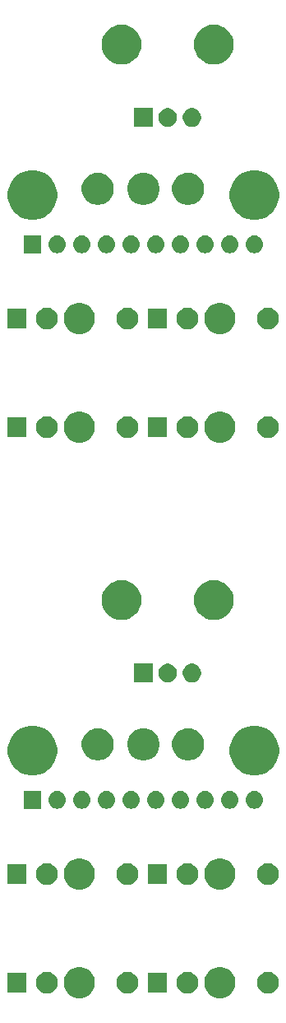
<source format=gbr>
G04 #@! TF.GenerationSoftware,KiCad,Pcbnew,(5.1.4-0-10_14)*
G04 #@! TF.CreationDate,2019-10-08T21:19:08-07:00*
G04 #@! TF.ProjectId,VCA_IO,5643415f-494f-42e6-9b69-6361645f7063,rev?*
G04 #@! TF.SameCoordinates,Original*
G04 #@! TF.FileFunction,Soldermask,Top*
G04 #@! TF.FilePolarity,Negative*
%FSLAX46Y46*%
G04 Gerber Fmt 4.6, Leading zero omitted, Abs format (unit mm)*
G04 Created by KiCad (PCBNEW (5.1.4-0-10_14)) date 2019-10-08 21:19:08*
%MOMM*%
%LPD*%
G04 APERTURE LIST*
%ADD10C,0.100000*%
G04 APERTURE END LIST*
D10*
G36*
X86810217Y-153092665D02*
G01*
X87080995Y-153146525D01*
X87372358Y-153267212D01*
X87634578Y-153442422D01*
X87857578Y-153665422D01*
X88032788Y-153927642D01*
X88153475Y-154219005D01*
X88215000Y-154528315D01*
X88215000Y-154843685D01*
X88153475Y-155152995D01*
X88032788Y-155444358D01*
X87857578Y-155706578D01*
X87634578Y-155929578D01*
X87372358Y-156104788D01*
X87080995Y-156225475D01*
X86810217Y-156279335D01*
X86771686Y-156287000D01*
X86456314Y-156287000D01*
X86417783Y-156279335D01*
X86147005Y-156225475D01*
X85855642Y-156104788D01*
X85593422Y-155929578D01*
X85370422Y-155706578D01*
X85195212Y-155444358D01*
X85074525Y-155152995D01*
X85013000Y-154843685D01*
X85013000Y-154528315D01*
X85074525Y-154219005D01*
X85195212Y-153927642D01*
X85370422Y-153665422D01*
X85593422Y-153442422D01*
X85855642Y-153267212D01*
X86147005Y-153146525D01*
X86417783Y-153092665D01*
X86456314Y-153085000D01*
X86771686Y-153085000D01*
X86810217Y-153092665D01*
X86810217Y-153092665D01*
G37*
G36*
X72332217Y-153092665D02*
G01*
X72602995Y-153146525D01*
X72894358Y-153267212D01*
X73156578Y-153442422D01*
X73379578Y-153665422D01*
X73554788Y-153927642D01*
X73675475Y-154219005D01*
X73737000Y-154528315D01*
X73737000Y-154843685D01*
X73675475Y-155152995D01*
X73554788Y-155444358D01*
X73379578Y-155706578D01*
X73156578Y-155929578D01*
X72894358Y-156104788D01*
X72602995Y-156225475D01*
X72332217Y-156279335D01*
X72293686Y-156287000D01*
X71978314Y-156287000D01*
X71939783Y-156279335D01*
X71669005Y-156225475D01*
X71377642Y-156104788D01*
X71115422Y-155929578D01*
X70892422Y-155706578D01*
X70717212Y-155444358D01*
X70596525Y-155152995D01*
X70535000Y-154843685D01*
X70535000Y-154528315D01*
X70596525Y-154219005D01*
X70717212Y-153927642D01*
X70892422Y-153665422D01*
X71115422Y-153442422D01*
X71377642Y-153267212D01*
X71669005Y-153146525D01*
X71939783Y-153092665D01*
X71978314Y-153085000D01*
X72293686Y-153085000D01*
X72332217Y-153092665D01*
X72332217Y-153092665D01*
G37*
G36*
X77339655Y-153598591D02*
G01*
X77411525Y-153612887D01*
X77614624Y-153697013D01*
X77797409Y-153819146D01*
X77952854Y-153974591D01*
X78074987Y-154157376D01*
X78159113Y-154360475D01*
X78202000Y-154576084D01*
X78202000Y-154795916D01*
X78159113Y-155011525D01*
X78074987Y-155214624D01*
X77952854Y-155397409D01*
X77797409Y-155552854D01*
X77614624Y-155674987D01*
X77411525Y-155759113D01*
X77339655Y-155773409D01*
X77195918Y-155802000D01*
X76976082Y-155802000D01*
X76832345Y-155773409D01*
X76760475Y-155759113D01*
X76557376Y-155674987D01*
X76374591Y-155552854D01*
X76219146Y-155397409D01*
X76097013Y-155214624D01*
X76012887Y-155011525D01*
X75970000Y-154795916D01*
X75970000Y-154576084D01*
X76012887Y-154360475D01*
X76097013Y-154157376D01*
X76219146Y-153974591D01*
X76374591Y-153819146D01*
X76557376Y-153697013D01*
X76760475Y-153612887D01*
X76832345Y-153598591D01*
X76976082Y-153570000D01*
X77195918Y-153570000D01*
X77339655Y-153598591D01*
X77339655Y-153598591D01*
G37*
G36*
X69039655Y-153598591D02*
G01*
X69111525Y-153612887D01*
X69314624Y-153697013D01*
X69497409Y-153819146D01*
X69652854Y-153974591D01*
X69774987Y-154157376D01*
X69859113Y-154360475D01*
X69902000Y-154576084D01*
X69902000Y-154795916D01*
X69859113Y-155011525D01*
X69774987Y-155214624D01*
X69652854Y-155397409D01*
X69497409Y-155552854D01*
X69314624Y-155674987D01*
X69111525Y-155759113D01*
X69039655Y-155773409D01*
X68895918Y-155802000D01*
X68676082Y-155802000D01*
X68532345Y-155773409D01*
X68460475Y-155759113D01*
X68257376Y-155674987D01*
X68074591Y-155552854D01*
X67919146Y-155397409D01*
X67797013Y-155214624D01*
X67712887Y-155011525D01*
X67670000Y-154795916D01*
X67670000Y-154576084D01*
X67712887Y-154360475D01*
X67797013Y-154157376D01*
X67919146Y-153974591D01*
X68074591Y-153819146D01*
X68257376Y-153697013D01*
X68460475Y-153612887D01*
X68532345Y-153598591D01*
X68676082Y-153570000D01*
X68895918Y-153570000D01*
X69039655Y-153598591D01*
X69039655Y-153598591D01*
G37*
G36*
X91817655Y-153598591D02*
G01*
X91889525Y-153612887D01*
X92092624Y-153697013D01*
X92275409Y-153819146D01*
X92430854Y-153974591D01*
X92552987Y-154157376D01*
X92637113Y-154360475D01*
X92680000Y-154576084D01*
X92680000Y-154795916D01*
X92637113Y-155011525D01*
X92552987Y-155214624D01*
X92430854Y-155397409D01*
X92275409Y-155552854D01*
X92092624Y-155674987D01*
X91889525Y-155759113D01*
X91817655Y-155773409D01*
X91673918Y-155802000D01*
X91454082Y-155802000D01*
X91310345Y-155773409D01*
X91238475Y-155759113D01*
X91035376Y-155674987D01*
X90852591Y-155552854D01*
X90697146Y-155397409D01*
X90575013Y-155214624D01*
X90490887Y-155011525D01*
X90448000Y-154795916D01*
X90448000Y-154576084D01*
X90490887Y-154360475D01*
X90575013Y-154157376D01*
X90697146Y-153974591D01*
X90852591Y-153819146D01*
X91035376Y-153697013D01*
X91238475Y-153612887D01*
X91310345Y-153598591D01*
X91454082Y-153570000D01*
X91673918Y-153570000D01*
X91817655Y-153598591D01*
X91817655Y-153598591D01*
G37*
G36*
X83517655Y-153598591D02*
G01*
X83589525Y-153612887D01*
X83792624Y-153697013D01*
X83975409Y-153819146D01*
X84130854Y-153974591D01*
X84252987Y-154157376D01*
X84337113Y-154360475D01*
X84380000Y-154576084D01*
X84380000Y-154795916D01*
X84337113Y-155011525D01*
X84252987Y-155214624D01*
X84130854Y-155397409D01*
X83975409Y-155552854D01*
X83792624Y-155674987D01*
X83589525Y-155759113D01*
X83517655Y-155773409D01*
X83373918Y-155802000D01*
X83154082Y-155802000D01*
X83010345Y-155773409D01*
X82938475Y-155759113D01*
X82735376Y-155674987D01*
X82552591Y-155552854D01*
X82397146Y-155397409D01*
X82275013Y-155214624D01*
X82190887Y-155011525D01*
X82148000Y-154795916D01*
X82148000Y-154576084D01*
X82190887Y-154360475D01*
X82275013Y-154157376D01*
X82397146Y-153974591D01*
X82552591Y-153819146D01*
X82735376Y-153697013D01*
X82938475Y-153612887D01*
X83010345Y-153598591D01*
X83154082Y-153570000D01*
X83373918Y-153570000D01*
X83517655Y-153598591D01*
X83517655Y-153598591D01*
G37*
G36*
X81130000Y-155702000D02*
G01*
X79198000Y-155702000D01*
X79198000Y-153670000D01*
X81130000Y-153670000D01*
X81130000Y-155702000D01*
X81130000Y-155702000D01*
G37*
G36*
X66652000Y-155702000D02*
G01*
X64720000Y-155702000D01*
X64720000Y-153670000D01*
X66652000Y-153670000D01*
X66652000Y-155702000D01*
X66652000Y-155702000D01*
G37*
G36*
X86810217Y-141916665D02*
G01*
X87080995Y-141970525D01*
X87372358Y-142091212D01*
X87634578Y-142266422D01*
X87857578Y-142489422D01*
X88032788Y-142751642D01*
X88153475Y-143043005D01*
X88215000Y-143352315D01*
X88215000Y-143667685D01*
X88153475Y-143976995D01*
X88032788Y-144268358D01*
X87857578Y-144530578D01*
X87634578Y-144753578D01*
X87372358Y-144928788D01*
X87080995Y-145049475D01*
X86810217Y-145103335D01*
X86771686Y-145111000D01*
X86456314Y-145111000D01*
X86417783Y-145103335D01*
X86147005Y-145049475D01*
X85855642Y-144928788D01*
X85593422Y-144753578D01*
X85370422Y-144530578D01*
X85195212Y-144268358D01*
X85074525Y-143976995D01*
X85013000Y-143667685D01*
X85013000Y-143352315D01*
X85074525Y-143043005D01*
X85195212Y-142751642D01*
X85370422Y-142489422D01*
X85593422Y-142266422D01*
X85855642Y-142091212D01*
X86147005Y-141970525D01*
X86417783Y-141916665D01*
X86456314Y-141909000D01*
X86771686Y-141909000D01*
X86810217Y-141916665D01*
X86810217Y-141916665D01*
G37*
G36*
X72332217Y-141916665D02*
G01*
X72602995Y-141970525D01*
X72894358Y-142091212D01*
X73156578Y-142266422D01*
X73379578Y-142489422D01*
X73554788Y-142751642D01*
X73675475Y-143043005D01*
X73737000Y-143352315D01*
X73737000Y-143667685D01*
X73675475Y-143976995D01*
X73554788Y-144268358D01*
X73379578Y-144530578D01*
X73156578Y-144753578D01*
X72894358Y-144928788D01*
X72602995Y-145049475D01*
X72332217Y-145103335D01*
X72293686Y-145111000D01*
X71978314Y-145111000D01*
X71939783Y-145103335D01*
X71669005Y-145049475D01*
X71377642Y-144928788D01*
X71115422Y-144753578D01*
X70892422Y-144530578D01*
X70717212Y-144268358D01*
X70596525Y-143976995D01*
X70535000Y-143667685D01*
X70535000Y-143352315D01*
X70596525Y-143043005D01*
X70717212Y-142751642D01*
X70892422Y-142489422D01*
X71115422Y-142266422D01*
X71377642Y-142091212D01*
X71669005Y-141970525D01*
X71939783Y-141916665D01*
X71978314Y-141909000D01*
X72293686Y-141909000D01*
X72332217Y-141916665D01*
X72332217Y-141916665D01*
G37*
G36*
X91817655Y-142422591D02*
G01*
X91889525Y-142436887D01*
X92092624Y-142521013D01*
X92275409Y-142643146D01*
X92430854Y-142798591D01*
X92552987Y-142981376D01*
X92637113Y-143184475D01*
X92680000Y-143400084D01*
X92680000Y-143619916D01*
X92637113Y-143835525D01*
X92552987Y-144038624D01*
X92430854Y-144221409D01*
X92275409Y-144376854D01*
X92092624Y-144498987D01*
X91889525Y-144583113D01*
X91817655Y-144597409D01*
X91673918Y-144626000D01*
X91454082Y-144626000D01*
X91310345Y-144597409D01*
X91238475Y-144583113D01*
X91035376Y-144498987D01*
X90852591Y-144376854D01*
X90697146Y-144221409D01*
X90575013Y-144038624D01*
X90490887Y-143835525D01*
X90448000Y-143619916D01*
X90448000Y-143400084D01*
X90490887Y-143184475D01*
X90575013Y-142981376D01*
X90697146Y-142798591D01*
X90852591Y-142643146D01*
X91035376Y-142521013D01*
X91238475Y-142436887D01*
X91310345Y-142422591D01*
X91454082Y-142394000D01*
X91673918Y-142394000D01*
X91817655Y-142422591D01*
X91817655Y-142422591D01*
G37*
G36*
X83517655Y-142422591D02*
G01*
X83589525Y-142436887D01*
X83792624Y-142521013D01*
X83975409Y-142643146D01*
X84130854Y-142798591D01*
X84252987Y-142981376D01*
X84337113Y-143184475D01*
X84380000Y-143400084D01*
X84380000Y-143619916D01*
X84337113Y-143835525D01*
X84252987Y-144038624D01*
X84130854Y-144221409D01*
X83975409Y-144376854D01*
X83792624Y-144498987D01*
X83589525Y-144583113D01*
X83517655Y-144597409D01*
X83373918Y-144626000D01*
X83154082Y-144626000D01*
X83010345Y-144597409D01*
X82938475Y-144583113D01*
X82735376Y-144498987D01*
X82552591Y-144376854D01*
X82397146Y-144221409D01*
X82275013Y-144038624D01*
X82190887Y-143835525D01*
X82148000Y-143619916D01*
X82148000Y-143400084D01*
X82190887Y-143184475D01*
X82275013Y-142981376D01*
X82397146Y-142798591D01*
X82552591Y-142643146D01*
X82735376Y-142521013D01*
X82938475Y-142436887D01*
X83010345Y-142422591D01*
X83154082Y-142394000D01*
X83373918Y-142394000D01*
X83517655Y-142422591D01*
X83517655Y-142422591D01*
G37*
G36*
X77339655Y-142422591D02*
G01*
X77411525Y-142436887D01*
X77614624Y-142521013D01*
X77797409Y-142643146D01*
X77952854Y-142798591D01*
X78074987Y-142981376D01*
X78159113Y-143184475D01*
X78202000Y-143400084D01*
X78202000Y-143619916D01*
X78159113Y-143835525D01*
X78074987Y-144038624D01*
X77952854Y-144221409D01*
X77797409Y-144376854D01*
X77614624Y-144498987D01*
X77411525Y-144583113D01*
X77339655Y-144597409D01*
X77195918Y-144626000D01*
X76976082Y-144626000D01*
X76832345Y-144597409D01*
X76760475Y-144583113D01*
X76557376Y-144498987D01*
X76374591Y-144376854D01*
X76219146Y-144221409D01*
X76097013Y-144038624D01*
X76012887Y-143835525D01*
X75970000Y-143619916D01*
X75970000Y-143400084D01*
X76012887Y-143184475D01*
X76097013Y-142981376D01*
X76219146Y-142798591D01*
X76374591Y-142643146D01*
X76557376Y-142521013D01*
X76760475Y-142436887D01*
X76832345Y-142422591D01*
X76976082Y-142394000D01*
X77195918Y-142394000D01*
X77339655Y-142422591D01*
X77339655Y-142422591D01*
G37*
G36*
X69039655Y-142422591D02*
G01*
X69111525Y-142436887D01*
X69314624Y-142521013D01*
X69497409Y-142643146D01*
X69652854Y-142798591D01*
X69774987Y-142981376D01*
X69859113Y-143184475D01*
X69902000Y-143400084D01*
X69902000Y-143619916D01*
X69859113Y-143835525D01*
X69774987Y-144038624D01*
X69652854Y-144221409D01*
X69497409Y-144376854D01*
X69314624Y-144498987D01*
X69111525Y-144583113D01*
X69039655Y-144597409D01*
X68895918Y-144626000D01*
X68676082Y-144626000D01*
X68532345Y-144597409D01*
X68460475Y-144583113D01*
X68257376Y-144498987D01*
X68074591Y-144376854D01*
X67919146Y-144221409D01*
X67797013Y-144038624D01*
X67712887Y-143835525D01*
X67670000Y-143619916D01*
X67670000Y-143400084D01*
X67712887Y-143184475D01*
X67797013Y-142981376D01*
X67919146Y-142798591D01*
X68074591Y-142643146D01*
X68257376Y-142521013D01*
X68460475Y-142436887D01*
X68532345Y-142422591D01*
X68676082Y-142394000D01*
X68895918Y-142394000D01*
X69039655Y-142422591D01*
X69039655Y-142422591D01*
G37*
G36*
X81130000Y-144526000D02*
G01*
X79198000Y-144526000D01*
X79198000Y-142494000D01*
X81130000Y-142494000D01*
X81130000Y-144526000D01*
X81130000Y-144526000D01*
G37*
G36*
X66652000Y-144526000D02*
G01*
X64720000Y-144526000D01*
X64720000Y-142494000D01*
X66652000Y-142494000D01*
X66652000Y-144526000D01*
X66652000Y-144526000D01*
G37*
G36*
X82660442Y-134995518D02*
G01*
X82726627Y-135002037D01*
X82896466Y-135053557D01*
X83052991Y-135137222D01*
X83088729Y-135166552D01*
X83190186Y-135249814D01*
X83273448Y-135351271D01*
X83302778Y-135387009D01*
X83386443Y-135543534D01*
X83437963Y-135713373D01*
X83455359Y-135890000D01*
X83437963Y-136066627D01*
X83386443Y-136236466D01*
X83302778Y-136392991D01*
X83273448Y-136428729D01*
X83190186Y-136530186D01*
X83088729Y-136613448D01*
X83052991Y-136642778D01*
X82896466Y-136726443D01*
X82726627Y-136777963D01*
X82660442Y-136784482D01*
X82594260Y-136791000D01*
X82505740Y-136791000D01*
X82439558Y-136784482D01*
X82373373Y-136777963D01*
X82203534Y-136726443D01*
X82047009Y-136642778D01*
X82011271Y-136613448D01*
X81909814Y-136530186D01*
X81826552Y-136428729D01*
X81797222Y-136392991D01*
X81713557Y-136236466D01*
X81662037Y-136066627D01*
X81644641Y-135890000D01*
X81662037Y-135713373D01*
X81713557Y-135543534D01*
X81797222Y-135387009D01*
X81826552Y-135351271D01*
X81909814Y-135249814D01*
X82011271Y-135166552D01*
X82047009Y-135137222D01*
X82203534Y-135053557D01*
X82373373Y-135002037D01*
X82439558Y-134995518D01*
X82505740Y-134989000D01*
X82594260Y-134989000D01*
X82660442Y-134995518D01*
X82660442Y-134995518D01*
G37*
G36*
X85200442Y-134995518D02*
G01*
X85266627Y-135002037D01*
X85436466Y-135053557D01*
X85592991Y-135137222D01*
X85628729Y-135166552D01*
X85730186Y-135249814D01*
X85813448Y-135351271D01*
X85842778Y-135387009D01*
X85926443Y-135543534D01*
X85977963Y-135713373D01*
X85995359Y-135890000D01*
X85977963Y-136066627D01*
X85926443Y-136236466D01*
X85842778Y-136392991D01*
X85813448Y-136428729D01*
X85730186Y-136530186D01*
X85628729Y-136613448D01*
X85592991Y-136642778D01*
X85436466Y-136726443D01*
X85266627Y-136777963D01*
X85200442Y-136784482D01*
X85134260Y-136791000D01*
X85045740Y-136791000D01*
X84979558Y-136784482D01*
X84913373Y-136777963D01*
X84743534Y-136726443D01*
X84587009Y-136642778D01*
X84551271Y-136613448D01*
X84449814Y-136530186D01*
X84366552Y-136428729D01*
X84337222Y-136392991D01*
X84253557Y-136236466D01*
X84202037Y-136066627D01*
X84184641Y-135890000D01*
X84202037Y-135713373D01*
X84253557Y-135543534D01*
X84337222Y-135387009D01*
X84366552Y-135351271D01*
X84449814Y-135249814D01*
X84551271Y-135166552D01*
X84587009Y-135137222D01*
X84743534Y-135053557D01*
X84913373Y-135002037D01*
X84979558Y-134995518D01*
X85045740Y-134989000D01*
X85134260Y-134989000D01*
X85200442Y-134995518D01*
X85200442Y-134995518D01*
G37*
G36*
X87740442Y-134995518D02*
G01*
X87806627Y-135002037D01*
X87976466Y-135053557D01*
X88132991Y-135137222D01*
X88168729Y-135166552D01*
X88270186Y-135249814D01*
X88353448Y-135351271D01*
X88382778Y-135387009D01*
X88466443Y-135543534D01*
X88517963Y-135713373D01*
X88535359Y-135890000D01*
X88517963Y-136066627D01*
X88466443Y-136236466D01*
X88382778Y-136392991D01*
X88353448Y-136428729D01*
X88270186Y-136530186D01*
X88168729Y-136613448D01*
X88132991Y-136642778D01*
X87976466Y-136726443D01*
X87806627Y-136777963D01*
X87740442Y-136784482D01*
X87674260Y-136791000D01*
X87585740Y-136791000D01*
X87519558Y-136784482D01*
X87453373Y-136777963D01*
X87283534Y-136726443D01*
X87127009Y-136642778D01*
X87091271Y-136613448D01*
X86989814Y-136530186D01*
X86906552Y-136428729D01*
X86877222Y-136392991D01*
X86793557Y-136236466D01*
X86742037Y-136066627D01*
X86724641Y-135890000D01*
X86742037Y-135713373D01*
X86793557Y-135543534D01*
X86877222Y-135387009D01*
X86906552Y-135351271D01*
X86989814Y-135249814D01*
X87091271Y-135166552D01*
X87127009Y-135137222D01*
X87283534Y-135053557D01*
X87453373Y-135002037D01*
X87519558Y-134995518D01*
X87585740Y-134989000D01*
X87674260Y-134989000D01*
X87740442Y-134995518D01*
X87740442Y-134995518D01*
G37*
G36*
X90280442Y-134995518D02*
G01*
X90346627Y-135002037D01*
X90516466Y-135053557D01*
X90672991Y-135137222D01*
X90708729Y-135166552D01*
X90810186Y-135249814D01*
X90893448Y-135351271D01*
X90922778Y-135387009D01*
X91006443Y-135543534D01*
X91057963Y-135713373D01*
X91075359Y-135890000D01*
X91057963Y-136066627D01*
X91006443Y-136236466D01*
X90922778Y-136392991D01*
X90893448Y-136428729D01*
X90810186Y-136530186D01*
X90708729Y-136613448D01*
X90672991Y-136642778D01*
X90516466Y-136726443D01*
X90346627Y-136777963D01*
X90280442Y-136784482D01*
X90214260Y-136791000D01*
X90125740Y-136791000D01*
X90059558Y-136784482D01*
X89993373Y-136777963D01*
X89823534Y-136726443D01*
X89667009Y-136642778D01*
X89631271Y-136613448D01*
X89529814Y-136530186D01*
X89446552Y-136428729D01*
X89417222Y-136392991D01*
X89333557Y-136236466D01*
X89282037Y-136066627D01*
X89264641Y-135890000D01*
X89282037Y-135713373D01*
X89333557Y-135543534D01*
X89417222Y-135387009D01*
X89446552Y-135351271D01*
X89529814Y-135249814D01*
X89631271Y-135166552D01*
X89667009Y-135137222D01*
X89823534Y-135053557D01*
X89993373Y-135002037D01*
X90059558Y-134995518D01*
X90125740Y-134989000D01*
X90214260Y-134989000D01*
X90280442Y-134995518D01*
X90280442Y-134995518D01*
G37*
G36*
X80120442Y-134995518D02*
G01*
X80186627Y-135002037D01*
X80356466Y-135053557D01*
X80512991Y-135137222D01*
X80548729Y-135166552D01*
X80650186Y-135249814D01*
X80733448Y-135351271D01*
X80762778Y-135387009D01*
X80846443Y-135543534D01*
X80897963Y-135713373D01*
X80915359Y-135890000D01*
X80897963Y-136066627D01*
X80846443Y-136236466D01*
X80762778Y-136392991D01*
X80733448Y-136428729D01*
X80650186Y-136530186D01*
X80548729Y-136613448D01*
X80512991Y-136642778D01*
X80356466Y-136726443D01*
X80186627Y-136777963D01*
X80120442Y-136784482D01*
X80054260Y-136791000D01*
X79965740Y-136791000D01*
X79899558Y-136784482D01*
X79833373Y-136777963D01*
X79663534Y-136726443D01*
X79507009Y-136642778D01*
X79471271Y-136613448D01*
X79369814Y-136530186D01*
X79286552Y-136428729D01*
X79257222Y-136392991D01*
X79173557Y-136236466D01*
X79122037Y-136066627D01*
X79104641Y-135890000D01*
X79122037Y-135713373D01*
X79173557Y-135543534D01*
X79257222Y-135387009D01*
X79286552Y-135351271D01*
X79369814Y-135249814D01*
X79471271Y-135166552D01*
X79507009Y-135137222D01*
X79663534Y-135053557D01*
X79833373Y-135002037D01*
X79899558Y-134995518D01*
X79965740Y-134989000D01*
X80054260Y-134989000D01*
X80120442Y-134995518D01*
X80120442Y-134995518D01*
G37*
G36*
X77580442Y-134995518D02*
G01*
X77646627Y-135002037D01*
X77816466Y-135053557D01*
X77972991Y-135137222D01*
X78008729Y-135166552D01*
X78110186Y-135249814D01*
X78193448Y-135351271D01*
X78222778Y-135387009D01*
X78306443Y-135543534D01*
X78357963Y-135713373D01*
X78375359Y-135890000D01*
X78357963Y-136066627D01*
X78306443Y-136236466D01*
X78222778Y-136392991D01*
X78193448Y-136428729D01*
X78110186Y-136530186D01*
X78008729Y-136613448D01*
X77972991Y-136642778D01*
X77816466Y-136726443D01*
X77646627Y-136777963D01*
X77580442Y-136784482D01*
X77514260Y-136791000D01*
X77425740Y-136791000D01*
X77359558Y-136784482D01*
X77293373Y-136777963D01*
X77123534Y-136726443D01*
X76967009Y-136642778D01*
X76931271Y-136613448D01*
X76829814Y-136530186D01*
X76746552Y-136428729D01*
X76717222Y-136392991D01*
X76633557Y-136236466D01*
X76582037Y-136066627D01*
X76564641Y-135890000D01*
X76582037Y-135713373D01*
X76633557Y-135543534D01*
X76717222Y-135387009D01*
X76746552Y-135351271D01*
X76829814Y-135249814D01*
X76931271Y-135166552D01*
X76967009Y-135137222D01*
X77123534Y-135053557D01*
X77293373Y-135002037D01*
X77359558Y-134995518D01*
X77425740Y-134989000D01*
X77514260Y-134989000D01*
X77580442Y-134995518D01*
X77580442Y-134995518D01*
G37*
G36*
X75040442Y-134995518D02*
G01*
X75106627Y-135002037D01*
X75276466Y-135053557D01*
X75432991Y-135137222D01*
X75468729Y-135166552D01*
X75570186Y-135249814D01*
X75653448Y-135351271D01*
X75682778Y-135387009D01*
X75766443Y-135543534D01*
X75817963Y-135713373D01*
X75835359Y-135890000D01*
X75817963Y-136066627D01*
X75766443Y-136236466D01*
X75682778Y-136392991D01*
X75653448Y-136428729D01*
X75570186Y-136530186D01*
X75468729Y-136613448D01*
X75432991Y-136642778D01*
X75276466Y-136726443D01*
X75106627Y-136777963D01*
X75040442Y-136784482D01*
X74974260Y-136791000D01*
X74885740Y-136791000D01*
X74819558Y-136784482D01*
X74753373Y-136777963D01*
X74583534Y-136726443D01*
X74427009Y-136642778D01*
X74391271Y-136613448D01*
X74289814Y-136530186D01*
X74206552Y-136428729D01*
X74177222Y-136392991D01*
X74093557Y-136236466D01*
X74042037Y-136066627D01*
X74024641Y-135890000D01*
X74042037Y-135713373D01*
X74093557Y-135543534D01*
X74177222Y-135387009D01*
X74206552Y-135351271D01*
X74289814Y-135249814D01*
X74391271Y-135166552D01*
X74427009Y-135137222D01*
X74583534Y-135053557D01*
X74753373Y-135002037D01*
X74819558Y-134995518D01*
X74885740Y-134989000D01*
X74974260Y-134989000D01*
X75040442Y-134995518D01*
X75040442Y-134995518D01*
G37*
G36*
X72500442Y-134995518D02*
G01*
X72566627Y-135002037D01*
X72736466Y-135053557D01*
X72892991Y-135137222D01*
X72928729Y-135166552D01*
X73030186Y-135249814D01*
X73113448Y-135351271D01*
X73142778Y-135387009D01*
X73226443Y-135543534D01*
X73277963Y-135713373D01*
X73295359Y-135890000D01*
X73277963Y-136066627D01*
X73226443Y-136236466D01*
X73142778Y-136392991D01*
X73113448Y-136428729D01*
X73030186Y-136530186D01*
X72928729Y-136613448D01*
X72892991Y-136642778D01*
X72736466Y-136726443D01*
X72566627Y-136777963D01*
X72500442Y-136784482D01*
X72434260Y-136791000D01*
X72345740Y-136791000D01*
X72279558Y-136784482D01*
X72213373Y-136777963D01*
X72043534Y-136726443D01*
X71887009Y-136642778D01*
X71851271Y-136613448D01*
X71749814Y-136530186D01*
X71666552Y-136428729D01*
X71637222Y-136392991D01*
X71553557Y-136236466D01*
X71502037Y-136066627D01*
X71484641Y-135890000D01*
X71502037Y-135713373D01*
X71553557Y-135543534D01*
X71637222Y-135387009D01*
X71666552Y-135351271D01*
X71749814Y-135249814D01*
X71851271Y-135166552D01*
X71887009Y-135137222D01*
X72043534Y-135053557D01*
X72213373Y-135002037D01*
X72279558Y-134995518D01*
X72345740Y-134989000D01*
X72434260Y-134989000D01*
X72500442Y-134995518D01*
X72500442Y-134995518D01*
G37*
G36*
X69960442Y-134995518D02*
G01*
X70026627Y-135002037D01*
X70196466Y-135053557D01*
X70352991Y-135137222D01*
X70388729Y-135166552D01*
X70490186Y-135249814D01*
X70573448Y-135351271D01*
X70602778Y-135387009D01*
X70686443Y-135543534D01*
X70737963Y-135713373D01*
X70755359Y-135890000D01*
X70737963Y-136066627D01*
X70686443Y-136236466D01*
X70602778Y-136392991D01*
X70573448Y-136428729D01*
X70490186Y-136530186D01*
X70388729Y-136613448D01*
X70352991Y-136642778D01*
X70196466Y-136726443D01*
X70026627Y-136777963D01*
X69960442Y-136784482D01*
X69894260Y-136791000D01*
X69805740Y-136791000D01*
X69739558Y-136784482D01*
X69673373Y-136777963D01*
X69503534Y-136726443D01*
X69347009Y-136642778D01*
X69311271Y-136613448D01*
X69209814Y-136530186D01*
X69126552Y-136428729D01*
X69097222Y-136392991D01*
X69013557Y-136236466D01*
X68962037Y-136066627D01*
X68944641Y-135890000D01*
X68962037Y-135713373D01*
X69013557Y-135543534D01*
X69097222Y-135387009D01*
X69126552Y-135351271D01*
X69209814Y-135249814D01*
X69311271Y-135166552D01*
X69347009Y-135137222D01*
X69503534Y-135053557D01*
X69673373Y-135002037D01*
X69739558Y-134995518D01*
X69805740Y-134989000D01*
X69894260Y-134989000D01*
X69960442Y-134995518D01*
X69960442Y-134995518D01*
G37*
G36*
X68211000Y-136791000D02*
G01*
X66409000Y-136791000D01*
X66409000Y-134989000D01*
X68211000Y-134989000D01*
X68211000Y-136791000D01*
X68211000Y-136791000D01*
G37*
G36*
X90914098Y-128357033D02*
G01*
X91378350Y-128549332D01*
X91378352Y-128549333D01*
X91796168Y-128828509D01*
X92151491Y-129183832D01*
X92430667Y-129601648D01*
X92430668Y-129601650D01*
X92622967Y-130065902D01*
X92721000Y-130558747D01*
X92721000Y-131061253D01*
X92622967Y-131554098D01*
X92430668Y-132018350D01*
X92430667Y-132018352D01*
X92151491Y-132436168D01*
X91796168Y-132791491D01*
X91378352Y-133070667D01*
X91378351Y-133070668D01*
X91378350Y-133070668D01*
X90914098Y-133262967D01*
X90421253Y-133361000D01*
X89918747Y-133361000D01*
X89425902Y-133262967D01*
X88961650Y-133070668D01*
X88961649Y-133070668D01*
X88961648Y-133070667D01*
X88543832Y-132791491D01*
X88188509Y-132436168D01*
X87909333Y-132018352D01*
X87909332Y-132018350D01*
X87717033Y-131554098D01*
X87619000Y-131061253D01*
X87619000Y-130558747D01*
X87717033Y-130065902D01*
X87909332Y-129601650D01*
X87909333Y-129601648D01*
X88188509Y-129183832D01*
X88543832Y-128828509D01*
X88961648Y-128549333D01*
X88961650Y-128549332D01*
X89425902Y-128357033D01*
X89918747Y-128259000D01*
X90421253Y-128259000D01*
X90914098Y-128357033D01*
X90914098Y-128357033D01*
G37*
G36*
X68054098Y-128357033D02*
G01*
X68518350Y-128549332D01*
X68518352Y-128549333D01*
X68936168Y-128828509D01*
X69291491Y-129183832D01*
X69570667Y-129601648D01*
X69570668Y-129601650D01*
X69762967Y-130065902D01*
X69861000Y-130558747D01*
X69861000Y-131061253D01*
X69762967Y-131554098D01*
X69570668Y-132018350D01*
X69570667Y-132018352D01*
X69291491Y-132436168D01*
X68936168Y-132791491D01*
X68518352Y-133070667D01*
X68518351Y-133070668D01*
X68518350Y-133070668D01*
X68054098Y-133262967D01*
X67561253Y-133361000D01*
X67058747Y-133361000D01*
X66565902Y-133262967D01*
X66101650Y-133070668D01*
X66101649Y-133070668D01*
X66101648Y-133070667D01*
X65683832Y-132791491D01*
X65328509Y-132436168D01*
X65049333Y-132018352D01*
X65049332Y-132018350D01*
X64857033Y-131554098D01*
X64759000Y-131061253D01*
X64759000Y-130558747D01*
X64857033Y-130065902D01*
X65049332Y-129601650D01*
X65049333Y-129601648D01*
X65328509Y-129183832D01*
X65683832Y-128828509D01*
X66101648Y-128549333D01*
X66101650Y-128549332D01*
X66565902Y-128357033D01*
X67058747Y-128259000D01*
X67561253Y-128259000D01*
X68054098Y-128357033D01*
X68054098Y-128357033D01*
G37*
G36*
X83715256Y-128566298D02*
G01*
X83821579Y-128587447D01*
X84122042Y-128711903D01*
X84392451Y-128892585D01*
X84622415Y-129122549D01*
X84803097Y-129392958D01*
X84927553Y-129693421D01*
X84991000Y-130012391D01*
X84991000Y-130337609D01*
X84927553Y-130656579D01*
X84803097Y-130957042D01*
X84622415Y-131227451D01*
X84392451Y-131457415D01*
X84122042Y-131638097D01*
X83821579Y-131762553D01*
X83715256Y-131783702D01*
X83502611Y-131826000D01*
X83177389Y-131826000D01*
X82964744Y-131783702D01*
X82858421Y-131762553D01*
X82557958Y-131638097D01*
X82287549Y-131457415D01*
X82057585Y-131227451D01*
X81876903Y-130957042D01*
X81752447Y-130656579D01*
X81689000Y-130337609D01*
X81689000Y-130012391D01*
X81752447Y-129693421D01*
X81876903Y-129392958D01*
X82057585Y-129122549D01*
X82287549Y-128892585D01*
X82557958Y-128711903D01*
X82858421Y-128587447D01*
X82964744Y-128566298D01*
X83177389Y-128524000D01*
X83502611Y-128524000D01*
X83715256Y-128566298D01*
X83715256Y-128566298D01*
G37*
G36*
X79115256Y-128566298D02*
G01*
X79221579Y-128587447D01*
X79522042Y-128711903D01*
X79792451Y-128892585D01*
X80022415Y-129122549D01*
X80203097Y-129392958D01*
X80327553Y-129693421D01*
X80391000Y-130012391D01*
X80391000Y-130337609D01*
X80327553Y-130656579D01*
X80203097Y-130957042D01*
X80022415Y-131227451D01*
X79792451Y-131457415D01*
X79522042Y-131638097D01*
X79221579Y-131762553D01*
X79115256Y-131783702D01*
X78902611Y-131826000D01*
X78577389Y-131826000D01*
X78364744Y-131783702D01*
X78258421Y-131762553D01*
X77957958Y-131638097D01*
X77687549Y-131457415D01*
X77457585Y-131227451D01*
X77276903Y-130957042D01*
X77152447Y-130656579D01*
X77089000Y-130337609D01*
X77089000Y-130012391D01*
X77152447Y-129693421D01*
X77276903Y-129392958D01*
X77457585Y-129122549D01*
X77687549Y-128892585D01*
X77957958Y-128711903D01*
X78258421Y-128587447D01*
X78364744Y-128566298D01*
X78577389Y-128524000D01*
X78902611Y-128524000D01*
X79115256Y-128566298D01*
X79115256Y-128566298D01*
G37*
G36*
X74415256Y-128566298D02*
G01*
X74521579Y-128587447D01*
X74822042Y-128711903D01*
X75092451Y-128892585D01*
X75322415Y-129122549D01*
X75503097Y-129392958D01*
X75627553Y-129693421D01*
X75691000Y-130012391D01*
X75691000Y-130337609D01*
X75627553Y-130656579D01*
X75503097Y-130957042D01*
X75322415Y-131227451D01*
X75092451Y-131457415D01*
X74822042Y-131638097D01*
X74521579Y-131762553D01*
X74415256Y-131783702D01*
X74202611Y-131826000D01*
X73877389Y-131826000D01*
X73664744Y-131783702D01*
X73558421Y-131762553D01*
X73257958Y-131638097D01*
X72987549Y-131457415D01*
X72757585Y-131227451D01*
X72576903Y-130957042D01*
X72452447Y-130656579D01*
X72389000Y-130337609D01*
X72389000Y-130012391D01*
X72452447Y-129693421D01*
X72576903Y-129392958D01*
X72757585Y-129122549D01*
X72987549Y-128892585D01*
X73257958Y-128711903D01*
X73558421Y-128587447D01*
X73664744Y-128566298D01*
X73877389Y-128524000D01*
X74202611Y-128524000D01*
X74415256Y-128566298D01*
X74415256Y-128566298D01*
G37*
G36*
X81517395Y-121921546D02*
G01*
X81690466Y-121993234D01*
X81690467Y-121993235D01*
X81846227Y-122097310D01*
X81978690Y-122229773D01*
X81978691Y-122229775D01*
X82082766Y-122385534D01*
X82154454Y-122558605D01*
X82191000Y-122742333D01*
X82191000Y-122929667D01*
X82154454Y-123113395D01*
X82082766Y-123286466D01*
X82082765Y-123286467D01*
X81978690Y-123442227D01*
X81846227Y-123574690D01*
X81767818Y-123627081D01*
X81690466Y-123678766D01*
X81517395Y-123750454D01*
X81333667Y-123787000D01*
X81146333Y-123787000D01*
X80962605Y-123750454D01*
X80789534Y-123678766D01*
X80712182Y-123627081D01*
X80633773Y-123574690D01*
X80501310Y-123442227D01*
X80397235Y-123286467D01*
X80397234Y-123286466D01*
X80325546Y-123113395D01*
X80289000Y-122929667D01*
X80289000Y-122742333D01*
X80325546Y-122558605D01*
X80397234Y-122385534D01*
X80501309Y-122229775D01*
X80501310Y-122229773D01*
X80633773Y-122097310D01*
X80789533Y-121993235D01*
X80789534Y-121993234D01*
X80962605Y-121921546D01*
X81146333Y-121885000D01*
X81333667Y-121885000D01*
X81517395Y-121921546D01*
X81517395Y-121921546D01*
G37*
G36*
X84017395Y-121921546D02*
G01*
X84190466Y-121993234D01*
X84190467Y-121993235D01*
X84346227Y-122097310D01*
X84478690Y-122229773D01*
X84478691Y-122229775D01*
X84582766Y-122385534D01*
X84654454Y-122558605D01*
X84691000Y-122742333D01*
X84691000Y-122929667D01*
X84654454Y-123113395D01*
X84582766Y-123286466D01*
X84582765Y-123286467D01*
X84478690Y-123442227D01*
X84346227Y-123574690D01*
X84267818Y-123627081D01*
X84190466Y-123678766D01*
X84017395Y-123750454D01*
X83833667Y-123787000D01*
X83646333Y-123787000D01*
X83462605Y-123750454D01*
X83289534Y-123678766D01*
X83212182Y-123627081D01*
X83133773Y-123574690D01*
X83001310Y-123442227D01*
X82897235Y-123286467D01*
X82897234Y-123286466D01*
X82825546Y-123113395D01*
X82789000Y-122929667D01*
X82789000Y-122742333D01*
X82825546Y-122558605D01*
X82897234Y-122385534D01*
X83001309Y-122229775D01*
X83001310Y-122229773D01*
X83133773Y-122097310D01*
X83289533Y-121993235D01*
X83289534Y-121993234D01*
X83462605Y-121921546D01*
X83646333Y-121885000D01*
X83833667Y-121885000D01*
X84017395Y-121921546D01*
X84017395Y-121921546D01*
G37*
G36*
X79691000Y-123787000D02*
G01*
X77789000Y-123787000D01*
X77789000Y-121885000D01*
X79691000Y-121885000D01*
X79691000Y-123787000D01*
X79691000Y-123787000D01*
G37*
G36*
X86191189Y-113294892D02*
G01*
X86392066Y-113314677D01*
X86778681Y-113431955D01*
X86778684Y-113431956D01*
X87134983Y-113622402D01*
X87134986Y-113622404D01*
X87134987Y-113622405D01*
X87447293Y-113878707D01*
X87703595Y-114191013D01*
X87703598Y-114191017D01*
X87894044Y-114547316D01*
X87894045Y-114547319D01*
X88011323Y-114933934D01*
X88050923Y-115336000D01*
X88011323Y-115738066D01*
X87894045Y-116124681D01*
X87894044Y-116124684D01*
X87703598Y-116480983D01*
X87703596Y-116480986D01*
X87703595Y-116480987D01*
X87447293Y-116793293D01*
X87134987Y-117049595D01*
X87134983Y-117049598D01*
X86778684Y-117240044D01*
X86778681Y-117240045D01*
X86392066Y-117357323D01*
X86191189Y-117377108D01*
X86090751Y-117387000D01*
X85889249Y-117387000D01*
X85788811Y-117377108D01*
X85587934Y-117357323D01*
X85201319Y-117240045D01*
X85201316Y-117240044D01*
X84845017Y-117049598D01*
X84845013Y-117049595D01*
X84532707Y-116793293D01*
X84276405Y-116480987D01*
X84276404Y-116480986D01*
X84276402Y-116480983D01*
X84085956Y-116124684D01*
X84085955Y-116124681D01*
X83968677Y-115738066D01*
X83929077Y-115336000D01*
X83968677Y-114933934D01*
X84085955Y-114547319D01*
X84085956Y-114547316D01*
X84276402Y-114191017D01*
X84276405Y-114191013D01*
X84532707Y-113878707D01*
X84845013Y-113622405D01*
X84845014Y-113622404D01*
X84845017Y-113622402D01*
X85201316Y-113431956D01*
X85201319Y-113431955D01*
X85587934Y-113314677D01*
X85788811Y-113294892D01*
X85889249Y-113285000D01*
X86090751Y-113285000D01*
X86191189Y-113294892D01*
X86191189Y-113294892D01*
G37*
G36*
X76691189Y-113294892D02*
G01*
X76892066Y-113314677D01*
X77278681Y-113431955D01*
X77278684Y-113431956D01*
X77634983Y-113622402D01*
X77634986Y-113622404D01*
X77634987Y-113622405D01*
X77947293Y-113878707D01*
X78203595Y-114191013D01*
X78203598Y-114191017D01*
X78394044Y-114547316D01*
X78394045Y-114547319D01*
X78511323Y-114933934D01*
X78550923Y-115336000D01*
X78511323Y-115738066D01*
X78394045Y-116124681D01*
X78394044Y-116124684D01*
X78203598Y-116480983D01*
X78203596Y-116480986D01*
X78203595Y-116480987D01*
X77947293Y-116793293D01*
X77634987Y-117049595D01*
X77634983Y-117049598D01*
X77278684Y-117240044D01*
X77278681Y-117240045D01*
X76892066Y-117357323D01*
X76691189Y-117377108D01*
X76590751Y-117387000D01*
X76389249Y-117387000D01*
X76288811Y-117377108D01*
X76087934Y-117357323D01*
X75701319Y-117240045D01*
X75701316Y-117240044D01*
X75345017Y-117049598D01*
X75345013Y-117049595D01*
X75032707Y-116793293D01*
X74776405Y-116480987D01*
X74776404Y-116480986D01*
X74776402Y-116480983D01*
X74585956Y-116124684D01*
X74585955Y-116124681D01*
X74468677Y-115738066D01*
X74429077Y-115336000D01*
X74468677Y-114933934D01*
X74585955Y-114547319D01*
X74585956Y-114547316D01*
X74776402Y-114191017D01*
X74776405Y-114191013D01*
X75032707Y-113878707D01*
X75345013Y-113622405D01*
X75345014Y-113622404D01*
X75345017Y-113622402D01*
X75701316Y-113431956D01*
X75701319Y-113431955D01*
X76087934Y-113314677D01*
X76288811Y-113294892D01*
X76389249Y-113285000D01*
X76590751Y-113285000D01*
X76691189Y-113294892D01*
X76691189Y-113294892D01*
G37*
G36*
X86810217Y-95942665D02*
G01*
X87080995Y-95996525D01*
X87372358Y-96117212D01*
X87634578Y-96292422D01*
X87857578Y-96515422D01*
X88032788Y-96777642D01*
X88153475Y-97069005D01*
X88215000Y-97378315D01*
X88215000Y-97693685D01*
X88153475Y-98002995D01*
X88032788Y-98294358D01*
X87857578Y-98556578D01*
X87634578Y-98779578D01*
X87372358Y-98954788D01*
X87080995Y-99075475D01*
X86810217Y-99129335D01*
X86771686Y-99137000D01*
X86456314Y-99137000D01*
X86417783Y-99129335D01*
X86147005Y-99075475D01*
X85855642Y-98954788D01*
X85593422Y-98779578D01*
X85370422Y-98556578D01*
X85195212Y-98294358D01*
X85074525Y-98002995D01*
X85013000Y-97693685D01*
X85013000Y-97378315D01*
X85074525Y-97069005D01*
X85195212Y-96777642D01*
X85370422Y-96515422D01*
X85593422Y-96292422D01*
X85855642Y-96117212D01*
X86147005Y-95996525D01*
X86417783Y-95942665D01*
X86456314Y-95935000D01*
X86771686Y-95935000D01*
X86810217Y-95942665D01*
X86810217Y-95942665D01*
G37*
G36*
X72332217Y-95942665D02*
G01*
X72602995Y-95996525D01*
X72894358Y-96117212D01*
X73156578Y-96292422D01*
X73379578Y-96515422D01*
X73554788Y-96777642D01*
X73675475Y-97069005D01*
X73737000Y-97378315D01*
X73737000Y-97693685D01*
X73675475Y-98002995D01*
X73554788Y-98294358D01*
X73379578Y-98556578D01*
X73156578Y-98779578D01*
X72894358Y-98954788D01*
X72602995Y-99075475D01*
X72332217Y-99129335D01*
X72293686Y-99137000D01*
X71978314Y-99137000D01*
X71939783Y-99129335D01*
X71669005Y-99075475D01*
X71377642Y-98954788D01*
X71115422Y-98779578D01*
X70892422Y-98556578D01*
X70717212Y-98294358D01*
X70596525Y-98002995D01*
X70535000Y-97693685D01*
X70535000Y-97378315D01*
X70596525Y-97069005D01*
X70717212Y-96777642D01*
X70892422Y-96515422D01*
X71115422Y-96292422D01*
X71377642Y-96117212D01*
X71669005Y-95996525D01*
X71939783Y-95942665D01*
X71978314Y-95935000D01*
X72293686Y-95935000D01*
X72332217Y-95942665D01*
X72332217Y-95942665D01*
G37*
G36*
X69039655Y-96448591D02*
G01*
X69111525Y-96462887D01*
X69314624Y-96547013D01*
X69497409Y-96669146D01*
X69652854Y-96824591D01*
X69774987Y-97007376D01*
X69859113Y-97210475D01*
X69902000Y-97426084D01*
X69902000Y-97645916D01*
X69859113Y-97861525D01*
X69774987Y-98064624D01*
X69652854Y-98247409D01*
X69497409Y-98402854D01*
X69314624Y-98524987D01*
X69111525Y-98609113D01*
X69039655Y-98623409D01*
X68895918Y-98652000D01*
X68676082Y-98652000D01*
X68532345Y-98623409D01*
X68460475Y-98609113D01*
X68257376Y-98524987D01*
X68074591Y-98402854D01*
X67919146Y-98247409D01*
X67797013Y-98064624D01*
X67712887Y-97861525D01*
X67670000Y-97645916D01*
X67670000Y-97426084D01*
X67712887Y-97210475D01*
X67797013Y-97007376D01*
X67919146Y-96824591D01*
X68074591Y-96669146D01*
X68257376Y-96547013D01*
X68460475Y-96462887D01*
X68532345Y-96448591D01*
X68676082Y-96420000D01*
X68895918Y-96420000D01*
X69039655Y-96448591D01*
X69039655Y-96448591D01*
G37*
G36*
X77339655Y-96448591D02*
G01*
X77411525Y-96462887D01*
X77614624Y-96547013D01*
X77797409Y-96669146D01*
X77952854Y-96824591D01*
X78074987Y-97007376D01*
X78159113Y-97210475D01*
X78202000Y-97426084D01*
X78202000Y-97645916D01*
X78159113Y-97861525D01*
X78074987Y-98064624D01*
X77952854Y-98247409D01*
X77797409Y-98402854D01*
X77614624Y-98524987D01*
X77411525Y-98609113D01*
X77339655Y-98623409D01*
X77195918Y-98652000D01*
X76976082Y-98652000D01*
X76832345Y-98623409D01*
X76760475Y-98609113D01*
X76557376Y-98524987D01*
X76374591Y-98402854D01*
X76219146Y-98247409D01*
X76097013Y-98064624D01*
X76012887Y-97861525D01*
X75970000Y-97645916D01*
X75970000Y-97426084D01*
X76012887Y-97210475D01*
X76097013Y-97007376D01*
X76219146Y-96824591D01*
X76374591Y-96669146D01*
X76557376Y-96547013D01*
X76760475Y-96462887D01*
X76832345Y-96448591D01*
X76976082Y-96420000D01*
X77195918Y-96420000D01*
X77339655Y-96448591D01*
X77339655Y-96448591D01*
G37*
G36*
X83517655Y-96448591D02*
G01*
X83589525Y-96462887D01*
X83792624Y-96547013D01*
X83975409Y-96669146D01*
X84130854Y-96824591D01*
X84252987Y-97007376D01*
X84337113Y-97210475D01*
X84380000Y-97426084D01*
X84380000Y-97645916D01*
X84337113Y-97861525D01*
X84252987Y-98064624D01*
X84130854Y-98247409D01*
X83975409Y-98402854D01*
X83792624Y-98524987D01*
X83589525Y-98609113D01*
X83517655Y-98623409D01*
X83373918Y-98652000D01*
X83154082Y-98652000D01*
X83010345Y-98623409D01*
X82938475Y-98609113D01*
X82735376Y-98524987D01*
X82552591Y-98402854D01*
X82397146Y-98247409D01*
X82275013Y-98064624D01*
X82190887Y-97861525D01*
X82148000Y-97645916D01*
X82148000Y-97426084D01*
X82190887Y-97210475D01*
X82275013Y-97007376D01*
X82397146Y-96824591D01*
X82552591Y-96669146D01*
X82735376Y-96547013D01*
X82938475Y-96462887D01*
X83010345Y-96448591D01*
X83154082Y-96420000D01*
X83373918Y-96420000D01*
X83517655Y-96448591D01*
X83517655Y-96448591D01*
G37*
G36*
X91817655Y-96448591D02*
G01*
X91889525Y-96462887D01*
X92092624Y-96547013D01*
X92275409Y-96669146D01*
X92430854Y-96824591D01*
X92552987Y-97007376D01*
X92637113Y-97210475D01*
X92680000Y-97426084D01*
X92680000Y-97645916D01*
X92637113Y-97861525D01*
X92552987Y-98064624D01*
X92430854Y-98247409D01*
X92275409Y-98402854D01*
X92092624Y-98524987D01*
X91889525Y-98609113D01*
X91817655Y-98623409D01*
X91673918Y-98652000D01*
X91454082Y-98652000D01*
X91310345Y-98623409D01*
X91238475Y-98609113D01*
X91035376Y-98524987D01*
X90852591Y-98402854D01*
X90697146Y-98247409D01*
X90575013Y-98064624D01*
X90490887Y-97861525D01*
X90448000Y-97645916D01*
X90448000Y-97426084D01*
X90490887Y-97210475D01*
X90575013Y-97007376D01*
X90697146Y-96824591D01*
X90852591Y-96669146D01*
X91035376Y-96547013D01*
X91238475Y-96462887D01*
X91310345Y-96448591D01*
X91454082Y-96420000D01*
X91673918Y-96420000D01*
X91817655Y-96448591D01*
X91817655Y-96448591D01*
G37*
G36*
X66652000Y-98552000D02*
G01*
X64720000Y-98552000D01*
X64720000Y-96520000D01*
X66652000Y-96520000D01*
X66652000Y-98552000D01*
X66652000Y-98552000D01*
G37*
G36*
X81130000Y-98552000D02*
G01*
X79198000Y-98552000D01*
X79198000Y-96520000D01*
X81130000Y-96520000D01*
X81130000Y-98552000D01*
X81130000Y-98552000D01*
G37*
G36*
X72332217Y-84766665D02*
G01*
X72602995Y-84820525D01*
X72894358Y-84941212D01*
X73156578Y-85116422D01*
X73379578Y-85339422D01*
X73554788Y-85601642D01*
X73675475Y-85893005D01*
X73737000Y-86202315D01*
X73737000Y-86517685D01*
X73675475Y-86826995D01*
X73554788Y-87118358D01*
X73379578Y-87380578D01*
X73156578Y-87603578D01*
X72894358Y-87778788D01*
X72602995Y-87899475D01*
X72332217Y-87953335D01*
X72293686Y-87961000D01*
X71978314Y-87961000D01*
X71939783Y-87953335D01*
X71669005Y-87899475D01*
X71377642Y-87778788D01*
X71115422Y-87603578D01*
X70892422Y-87380578D01*
X70717212Y-87118358D01*
X70596525Y-86826995D01*
X70535000Y-86517685D01*
X70535000Y-86202315D01*
X70596525Y-85893005D01*
X70717212Y-85601642D01*
X70892422Y-85339422D01*
X71115422Y-85116422D01*
X71377642Y-84941212D01*
X71669005Y-84820525D01*
X71939783Y-84766665D01*
X71978314Y-84759000D01*
X72293686Y-84759000D01*
X72332217Y-84766665D01*
X72332217Y-84766665D01*
G37*
G36*
X86810217Y-84766665D02*
G01*
X87080995Y-84820525D01*
X87372358Y-84941212D01*
X87634578Y-85116422D01*
X87857578Y-85339422D01*
X88032788Y-85601642D01*
X88153475Y-85893005D01*
X88215000Y-86202315D01*
X88215000Y-86517685D01*
X88153475Y-86826995D01*
X88032788Y-87118358D01*
X87857578Y-87380578D01*
X87634578Y-87603578D01*
X87372358Y-87778788D01*
X87080995Y-87899475D01*
X86810217Y-87953335D01*
X86771686Y-87961000D01*
X86456314Y-87961000D01*
X86417783Y-87953335D01*
X86147005Y-87899475D01*
X85855642Y-87778788D01*
X85593422Y-87603578D01*
X85370422Y-87380578D01*
X85195212Y-87118358D01*
X85074525Y-86826995D01*
X85013000Y-86517685D01*
X85013000Y-86202315D01*
X85074525Y-85893005D01*
X85195212Y-85601642D01*
X85370422Y-85339422D01*
X85593422Y-85116422D01*
X85855642Y-84941212D01*
X86147005Y-84820525D01*
X86417783Y-84766665D01*
X86456314Y-84759000D01*
X86771686Y-84759000D01*
X86810217Y-84766665D01*
X86810217Y-84766665D01*
G37*
G36*
X91817655Y-85272591D02*
G01*
X91889525Y-85286887D01*
X92092624Y-85371013D01*
X92275409Y-85493146D01*
X92430854Y-85648591D01*
X92552987Y-85831376D01*
X92637113Y-86034475D01*
X92680000Y-86250084D01*
X92680000Y-86469916D01*
X92637113Y-86685525D01*
X92552987Y-86888624D01*
X92430854Y-87071409D01*
X92275409Y-87226854D01*
X92092624Y-87348987D01*
X91889525Y-87433113D01*
X91817655Y-87447409D01*
X91673918Y-87476000D01*
X91454082Y-87476000D01*
X91310345Y-87447409D01*
X91238475Y-87433113D01*
X91035376Y-87348987D01*
X90852591Y-87226854D01*
X90697146Y-87071409D01*
X90575013Y-86888624D01*
X90490887Y-86685525D01*
X90448000Y-86469916D01*
X90448000Y-86250084D01*
X90490887Y-86034475D01*
X90575013Y-85831376D01*
X90697146Y-85648591D01*
X90852591Y-85493146D01*
X91035376Y-85371013D01*
X91238475Y-85286887D01*
X91310345Y-85272591D01*
X91454082Y-85244000D01*
X91673918Y-85244000D01*
X91817655Y-85272591D01*
X91817655Y-85272591D01*
G37*
G36*
X83517655Y-85272591D02*
G01*
X83589525Y-85286887D01*
X83792624Y-85371013D01*
X83975409Y-85493146D01*
X84130854Y-85648591D01*
X84252987Y-85831376D01*
X84337113Y-86034475D01*
X84380000Y-86250084D01*
X84380000Y-86469916D01*
X84337113Y-86685525D01*
X84252987Y-86888624D01*
X84130854Y-87071409D01*
X83975409Y-87226854D01*
X83792624Y-87348987D01*
X83589525Y-87433113D01*
X83517655Y-87447409D01*
X83373918Y-87476000D01*
X83154082Y-87476000D01*
X83010345Y-87447409D01*
X82938475Y-87433113D01*
X82735376Y-87348987D01*
X82552591Y-87226854D01*
X82397146Y-87071409D01*
X82275013Y-86888624D01*
X82190887Y-86685525D01*
X82148000Y-86469916D01*
X82148000Y-86250084D01*
X82190887Y-86034475D01*
X82275013Y-85831376D01*
X82397146Y-85648591D01*
X82552591Y-85493146D01*
X82735376Y-85371013D01*
X82938475Y-85286887D01*
X83010345Y-85272591D01*
X83154082Y-85244000D01*
X83373918Y-85244000D01*
X83517655Y-85272591D01*
X83517655Y-85272591D01*
G37*
G36*
X77339655Y-85272591D02*
G01*
X77411525Y-85286887D01*
X77614624Y-85371013D01*
X77797409Y-85493146D01*
X77952854Y-85648591D01*
X78074987Y-85831376D01*
X78159113Y-86034475D01*
X78202000Y-86250084D01*
X78202000Y-86469916D01*
X78159113Y-86685525D01*
X78074987Y-86888624D01*
X77952854Y-87071409D01*
X77797409Y-87226854D01*
X77614624Y-87348987D01*
X77411525Y-87433113D01*
X77339655Y-87447409D01*
X77195918Y-87476000D01*
X76976082Y-87476000D01*
X76832345Y-87447409D01*
X76760475Y-87433113D01*
X76557376Y-87348987D01*
X76374591Y-87226854D01*
X76219146Y-87071409D01*
X76097013Y-86888624D01*
X76012887Y-86685525D01*
X75970000Y-86469916D01*
X75970000Y-86250084D01*
X76012887Y-86034475D01*
X76097013Y-85831376D01*
X76219146Y-85648591D01*
X76374591Y-85493146D01*
X76557376Y-85371013D01*
X76760475Y-85286887D01*
X76832345Y-85272591D01*
X76976082Y-85244000D01*
X77195918Y-85244000D01*
X77339655Y-85272591D01*
X77339655Y-85272591D01*
G37*
G36*
X69039655Y-85272591D02*
G01*
X69111525Y-85286887D01*
X69314624Y-85371013D01*
X69497409Y-85493146D01*
X69652854Y-85648591D01*
X69774987Y-85831376D01*
X69859113Y-86034475D01*
X69902000Y-86250084D01*
X69902000Y-86469916D01*
X69859113Y-86685525D01*
X69774987Y-86888624D01*
X69652854Y-87071409D01*
X69497409Y-87226854D01*
X69314624Y-87348987D01*
X69111525Y-87433113D01*
X69039655Y-87447409D01*
X68895918Y-87476000D01*
X68676082Y-87476000D01*
X68532345Y-87447409D01*
X68460475Y-87433113D01*
X68257376Y-87348987D01*
X68074591Y-87226854D01*
X67919146Y-87071409D01*
X67797013Y-86888624D01*
X67712887Y-86685525D01*
X67670000Y-86469916D01*
X67670000Y-86250084D01*
X67712887Y-86034475D01*
X67797013Y-85831376D01*
X67919146Y-85648591D01*
X68074591Y-85493146D01*
X68257376Y-85371013D01*
X68460475Y-85286887D01*
X68532345Y-85272591D01*
X68676082Y-85244000D01*
X68895918Y-85244000D01*
X69039655Y-85272591D01*
X69039655Y-85272591D01*
G37*
G36*
X81130000Y-87376000D02*
G01*
X79198000Y-87376000D01*
X79198000Y-85344000D01*
X81130000Y-85344000D01*
X81130000Y-87376000D01*
X81130000Y-87376000D01*
G37*
G36*
X66652000Y-87376000D02*
G01*
X64720000Y-87376000D01*
X64720000Y-85344000D01*
X66652000Y-85344000D01*
X66652000Y-87376000D01*
X66652000Y-87376000D01*
G37*
G36*
X87740443Y-77845519D02*
G01*
X87806627Y-77852037D01*
X87976466Y-77903557D01*
X88132991Y-77987222D01*
X88168729Y-78016552D01*
X88270186Y-78099814D01*
X88353448Y-78201271D01*
X88382778Y-78237009D01*
X88466443Y-78393534D01*
X88517963Y-78563373D01*
X88535359Y-78740000D01*
X88517963Y-78916627D01*
X88466443Y-79086466D01*
X88382778Y-79242991D01*
X88353448Y-79278729D01*
X88270186Y-79380186D01*
X88168729Y-79463448D01*
X88132991Y-79492778D01*
X87976466Y-79576443D01*
X87806627Y-79627963D01*
X87740442Y-79634482D01*
X87674260Y-79641000D01*
X87585740Y-79641000D01*
X87519558Y-79634482D01*
X87453373Y-79627963D01*
X87283534Y-79576443D01*
X87127009Y-79492778D01*
X87091271Y-79463448D01*
X86989814Y-79380186D01*
X86906552Y-79278729D01*
X86877222Y-79242991D01*
X86793557Y-79086466D01*
X86742037Y-78916627D01*
X86724641Y-78740000D01*
X86742037Y-78563373D01*
X86793557Y-78393534D01*
X86877222Y-78237009D01*
X86906552Y-78201271D01*
X86989814Y-78099814D01*
X87091271Y-78016552D01*
X87127009Y-77987222D01*
X87283534Y-77903557D01*
X87453373Y-77852037D01*
X87519557Y-77845519D01*
X87585740Y-77839000D01*
X87674260Y-77839000D01*
X87740443Y-77845519D01*
X87740443Y-77845519D01*
G37*
G36*
X77580443Y-77845519D02*
G01*
X77646627Y-77852037D01*
X77816466Y-77903557D01*
X77972991Y-77987222D01*
X78008729Y-78016552D01*
X78110186Y-78099814D01*
X78193448Y-78201271D01*
X78222778Y-78237009D01*
X78306443Y-78393534D01*
X78357963Y-78563373D01*
X78375359Y-78740000D01*
X78357963Y-78916627D01*
X78306443Y-79086466D01*
X78222778Y-79242991D01*
X78193448Y-79278729D01*
X78110186Y-79380186D01*
X78008729Y-79463448D01*
X77972991Y-79492778D01*
X77816466Y-79576443D01*
X77646627Y-79627963D01*
X77580442Y-79634482D01*
X77514260Y-79641000D01*
X77425740Y-79641000D01*
X77359558Y-79634482D01*
X77293373Y-79627963D01*
X77123534Y-79576443D01*
X76967009Y-79492778D01*
X76931271Y-79463448D01*
X76829814Y-79380186D01*
X76746552Y-79278729D01*
X76717222Y-79242991D01*
X76633557Y-79086466D01*
X76582037Y-78916627D01*
X76564641Y-78740000D01*
X76582037Y-78563373D01*
X76633557Y-78393534D01*
X76717222Y-78237009D01*
X76746552Y-78201271D01*
X76829814Y-78099814D01*
X76931271Y-78016552D01*
X76967009Y-77987222D01*
X77123534Y-77903557D01*
X77293373Y-77852037D01*
X77359557Y-77845519D01*
X77425740Y-77839000D01*
X77514260Y-77839000D01*
X77580443Y-77845519D01*
X77580443Y-77845519D01*
G37*
G36*
X85200443Y-77845519D02*
G01*
X85266627Y-77852037D01*
X85436466Y-77903557D01*
X85592991Y-77987222D01*
X85628729Y-78016552D01*
X85730186Y-78099814D01*
X85813448Y-78201271D01*
X85842778Y-78237009D01*
X85926443Y-78393534D01*
X85977963Y-78563373D01*
X85995359Y-78740000D01*
X85977963Y-78916627D01*
X85926443Y-79086466D01*
X85842778Y-79242991D01*
X85813448Y-79278729D01*
X85730186Y-79380186D01*
X85628729Y-79463448D01*
X85592991Y-79492778D01*
X85436466Y-79576443D01*
X85266627Y-79627963D01*
X85200442Y-79634482D01*
X85134260Y-79641000D01*
X85045740Y-79641000D01*
X84979558Y-79634482D01*
X84913373Y-79627963D01*
X84743534Y-79576443D01*
X84587009Y-79492778D01*
X84551271Y-79463448D01*
X84449814Y-79380186D01*
X84366552Y-79278729D01*
X84337222Y-79242991D01*
X84253557Y-79086466D01*
X84202037Y-78916627D01*
X84184641Y-78740000D01*
X84202037Y-78563373D01*
X84253557Y-78393534D01*
X84337222Y-78237009D01*
X84366552Y-78201271D01*
X84449814Y-78099814D01*
X84551271Y-78016552D01*
X84587009Y-77987222D01*
X84743534Y-77903557D01*
X84913373Y-77852037D01*
X84979557Y-77845519D01*
X85045740Y-77839000D01*
X85134260Y-77839000D01*
X85200443Y-77845519D01*
X85200443Y-77845519D01*
G37*
G36*
X90280443Y-77845519D02*
G01*
X90346627Y-77852037D01*
X90516466Y-77903557D01*
X90672991Y-77987222D01*
X90708729Y-78016552D01*
X90810186Y-78099814D01*
X90893448Y-78201271D01*
X90922778Y-78237009D01*
X91006443Y-78393534D01*
X91057963Y-78563373D01*
X91075359Y-78740000D01*
X91057963Y-78916627D01*
X91006443Y-79086466D01*
X90922778Y-79242991D01*
X90893448Y-79278729D01*
X90810186Y-79380186D01*
X90708729Y-79463448D01*
X90672991Y-79492778D01*
X90516466Y-79576443D01*
X90346627Y-79627963D01*
X90280442Y-79634482D01*
X90214260Y-79641000D01*
X90125740Y-79641000D01*
X90059558Y-79634482D01*
X89993373Y-79627963D01*
X89823534Y-79576443D01*
X89667009Y-79492778D01*
X89631271Y-79463448D01*
X89529814Y-79380186D01*
X89446552Y-79278729D01*
X89417222Y-79242991D01*
X89333557Y-79086466D01*
X89282037Y-78916627D01*
X89264641Y-78740000D01*
X89282037Y-78563373D01*
X89333557Y-78393534D01*
X89417222Y-78237009D01*
X89446552Y-78201271D01*
X89529814Y-78099814D01*
X89631271Y-78016552D01*
X89667009Y-77987222D01*
X89823534Y-77903557D01*
X89993373Y-77852037D01*
X90059557Y-77845519D01*
X90125740Y-77839000D01*
X90214260Y-77839000D01*
X90280443Y-77845519D01*
X90280443Y-77845519D01*
G37*
G36*
X82660443Y-77845519D02*
G01*
X82726627Y-77852037D01*
X82896466Y-77903557D01*
X83052991Y-77987222D01*
X83088729Y-78016552D01*
X83190186Y-78099814D01*
X83273448Y-78201271D01*
X83302778Y-78237009D01*
X83386443Y-78393534D01*
X83437963Y-78563373D01*
X83455359Y-78740000D01*
X83437963Y-78916627D01*
X83386443Y-79086466D01*
X83302778Y-79242991D01*
X83273448Y-79278729D01*
X83190186Y-79380186D01*
X83088729Y-79463448D01*
X83052991Y-79492778D01*
X82896466Y-79576443D01*
X82726627Y-79627963D01*
X82660442Y-79634482D01*
X82594260Y-79641000D01*
X82505740Y-79641000D01*
X82439558Y-79634482D01*
X82373373Y-79627963D01*
X82203534Y-79576443D01*
X82047009Y-79492778D01*
X82011271Y-79463448D01*
X81909814Y-79380186D01*
X81826552Y-79278729D01*
X81797222Y-79242991D01*
X81713557Y-79086466D01*
X81662037Y-78916627D01*
X81644641Y-78740000D01*
X81662037Y-78563373D01*
X81713557Y-78393534D01*
X81797222Y-78237009D01*
X81826552Y-78201271D01*
X81909814Y-78099814D01*
X82011271Y-78016552D01*
X82047009Y-77987222D01*
X82203534Y-77903557D01*
X82373373Y-77852037D01*
X82439557Y-77845519D01*
X82505740Y-77839000D01*
X82594260Y-77839000D01*
X82660443Y-77845519D01*
X82660443Y-77845519D01*
G37*
G36*
X80120443Y-77845519D02*
G01*
X80186627Y-77852037D01*
X80356466Y-77903557D01*
X80512991Y-77987222D01*
X80548729Y-78016552D01*
X80650186Y-78099814D01*
X80733448Y-78201271D01*
X80762778Y-78237009D01*
X80846443Y-78393534D01*
X80897963Y-78563373D01*
X80915359Y-78740000D01*
X80897963Y-78916627D01*
X80846443Y-79086466D01*
X80762778Y-79242991D01*
X80733448Y-79278729D01*
X80650186Y-79380186D01*
X80548729Y-79463448D01*
X80512991Y-79492778D01*
X80356466Y-79576443D01*
X80186627Y-79627963D01*
X80120442Y-79634482D01*
X80054260Y-79641000D01*
X79965740Y-79641000D01*
X79899558Y-79634482D01*
X79833373Y-79627963D01*
X79663534Y-79576443D01*
X79507009Y-79492778D01*
X79471271Y-79463448D01*
X79369814Y-79380186D01*
X79286552Y-79278729D01*
X79257222Y-79242991D01*
X79173557Y-79086466D01*
X79122037Y-78916627D01*
X79104641Y-78740000D01*
X79122037Y-78563373D01*
X79173557Y-78393534D01*
X79257222Y-78237009D01*
X79286552Y-78201271D01*
X79369814Y-78099814D01*
X79471271Y-78016552D01*
X79507009Y-77987222D01*
X79663534Y-77903557D01*
X79833373Y-77852037D01*
X79899557Y-77845519D01*
X79965740Y-77839000D01*
X80054260Y-77839000D01*
X80120443Y-77845519D01*
X80120443Y-77845519D01*
G37*
G36*
X75040443Y-77845519D02*
G01*
X75106627Y-77852037D01*
X75276466Y-77903557D01*
X75432991Y-77987222D01*
X75468729Y-78016552D01*
X75570186Y-78099814D01*
X75653448Y-78201271D01*
X75682778Y-78237009D01*
X75766443Y-78393534D01*
X75817963Y-78563373D01*
X75835359Y-78740000D01*
X75817963Y-78916627D01*
X75766443Y-79086466D01*
X75682778Y-79242991D01*
X75653448Y-79278729D01*
X75570186Y-79380186D01*
X75468729Y-79463448D01*
X75432991Y-79492778D01*
X75276466Y-79576443D01*
X75106627Y-79627963D01*
X75040442Y-79634482D01*
X74974260Y-79641000D01*
X74885740Y-79641000D01*
X74819558Y-79634482D01*
X74753373Y-79627963D01*
X74583534Y-79576443D01*
X74427009Y-79492778D01*
X74391271Y-79463448D01*
X74289814Y-79380186D01*
X74206552Y-79278729D01*
X74177222Y-79242991D01*
X74093557Y-79086466D01*
X74042037Y-78916627D01*
X74024641Y-78740000D01*
X74042037Y-78563373D01*
X74093557Y-78393534D01*
X74177222Y-78237009D01*
X74206552Y-78201271D01*
X74289814Y-78099814D01*
X74391271Y-78016552D01*
X74427009Y-77987222D01*
X74583534Y-77903557D01*
X74753373Y-77852037D01*
X74819557Y-77845519D01*
X74885740Y-77839000D01*
X74974260Y-77839000D01*
X75040443Y-77845519D01*
X75040443Y-77845519D01*
G37*
G36*
X72500443Y-77845519D02*
G01*
X72566627Y-77852037D01*
X72736466Y-77903557D01*
X72892991Y-77987222D01*
X72928729Y-78016552D01*
X73030186Y-78099814D01*
X73113448Y-78201271D01*
X73142778Y-78237009D01*
X73226443Y-78393534D01*
X73277963Y-78563373D01*
X73295359Y-78740000D01*
X73277963Y-78916627D01*
X73226443Y-79086466D01*
X73142778Y-79242991D01*
X73113448Y-79278729D01*
X73030186Y-79380186D01*
X72928729Y-79463448D01*
X72892991Y-79492778D01*
X72736466Y-79576443D01*
X72566627Y-79627963D01*
X72500442Y-79634482D01*
X72434260Y-79641000D01*
X72345740Y-79641000D01*
X72279558Y-79634482D01*
X72213373Y-79627963D01*
X72043534Y-79576443D01*
X71887009Y-79492778D01*
X71851271Y-79463448D01*
X71749814Y-79380186D01*
X71666552Y-79278729D01*
X71637222Y-79242991D01*
X71553557Y-79086466D01*
X71502037Y-78916627D01*
X71484641Y-78740000D01*
X71502037Y-78563373D01*
X71553557Y-78393534D01*
X71637222Y-78237009D01*
X71666552Y-78201271D01*
X71749814Y-78099814D01*
X71851271Y-78016552D01*
X71887009Y-77987222D01*
X72043534Y-77903557D01*
X72213373Y-77852037D01*
X72279557Y-77845519D01*
X72345740Y-77839000D01*
X72434260Y-77839000D01*
X72500443Y-77845519D01*
X72500443Y-77845519D01*
G37*
G36*
X68211000Y-79641000D02*
G01*
X66409000Y-79641000D01*
X66409000Y-77839000D01*
X68211000Y-77839000D01*
X68211000Y-79641000D01*
X68211000Y-79641000D01*
G37*
G36*
X69960443Y-77845519D02*
G01*
X70026627Y-77852037D01*
X70196466Y-77903557D01*
X70352991Y-77987222D01*
X70388729Y-78016552D01*
X70490186Y-78099814D01*
X70573448Y-78201271D01*
X70602778Y-78237009D01*
X70686443Y-78393534D01*
X70737963Y-78563373D01*
X70755359Y-78740000D01*
X70737963Y-78916627D01*
X70686443Y-79086466D01*
X70602778Y-79242991D01*
X70573448Y-79278729D01*
X70490186Y-79380186D01*
X70388729Y-79463448D01*
X70352991Y-79492778D01*
X70196466Y-79576443D01*
X70026627Y-79627963D01*
X69960442Y-79634482D01*
X69894260Y-79641000D01*
X69805740Y-79641000D01*
X69739558Y-79634482D01*
X69673373Y-79627963D01*
X69503534Y-79576443D01*
X69347009Y-79492778D01*
X69311271Y-79463448D01*
X69209814Y-79380186D01*
X69126552Y-79278729D01*
X69097222Y-79242991D01*
X69013557Y-79086466D01*
X68962037Y-78916627D01*
X68944641Y-78740000D01*
X68962037Y-78563373D01*
X69013557Y-78393534D01*
X69097222Y-78237009D01*
X69126552Y-78201271D01*
X69209814Y-78099814D01*
X69311271Y-78016552D01*
X69347009Y-77987222D01*
X69503534Y-77903557D01*
X69673373Y-77852037D01*
X69739557Y-77845519D01*
X69805740Y-77839000D01*
X69894260Y-77839000D01*
X69960443Y-77845519D01*
X69960443Y-77845519D01*
G37*
G36*
X90914098Y-71207033D02*
G01*
X91378350Y-71399332D01*
X91378352Y-71399333D01*
X91796168Y-71678509D01*
X92151491Y-72033832D01*
X92430667Y-72451648D01*
X92430668Y-72451650D01*
X92622967Y-72915902D01*
X92721000Y-73408747D01*
X92721000Y-73911253D01*
X92622967Y-74404098D01*
X92430668Y-74868350D01*
X92430667Y-74868352D01*
X92151491Y-75286168D01*
X91796168Y-75641491D01*
X91378352Y-75920667D01*
X91378351Y-75920668D01*
X91378350Y-75920668D01*
X90914098Y-76112967D01*
X90421253Y-76211000D01*
X89918747Y-76211000D01*
X89425902Y-76112967D01*
X88961650Y-75920668D01*
X88961649Y-75920668D01*
X88961648Y-75920667D01*
X88543832Y-75641491D01*
X88188509Y-75286168D01*
X87909333Y-74868352D01*
X87909332Y-74868350D01*
X87717033Y-74404098D01*
X87619000Y-73911253D01*
X87619000Y-73408747D01*
X87717033Y-72915902D01*
X87909332Y-72451650D01*
X87909333Y-72451648D01*
X88188509Y-72033832D01*
X88543832Y-71678509D01*
X88961648Y-71399333D01*
X88961650Y-71399332D01*
X89425902Y-71207033D01*
X89918747Y-71109000D01*
X90421253Y-71109000D01*
X90914098Y-71207033D01*
X90914098Y-71207033D01*
G37*
G36*
X68054098Y-71207033D02*
G01*
X68518350Y-71399332D01*
X68518352Y-71399333D01*
X68936168Y-71678509D01*
X69291491Y-72033832D01*
X69570667Y-72451648D01*
X69570668Y-72451650D01*
X69762967Y-72915902D01*
X69861000Y-73408747D01*
X69861000Y-73911253D01*
X69762967Y-74404098D01*
X69570668Y-74868350D01*
X69570667Y-74868352D01*
X69291491Y-75286168D01*
X68936168Y-75641491D01*
X68518352Y-75920667D01*
X68518351Y-75920668D01*
X68518350Y-75920668D01*
X68054098Y-76112967D01*
X67561253Y-76211000D01*
X67058747Y-76211000D01*
X66565902Y-76112967D01*
X66101650Y-75920668D01*
X66101649Y-75920668D01*
X66101648Y-75920667D01*
X65683832Y-75641491D01*
X65328509Y-75286168D01*
X65049333Y-74868352D01*
X65049332Y-74868350D01*
X64857033Y-74404098D01*
X64759000Y-73911253D01*
X64759000Y-73408747D01*
X64857033Y-72915902D01*
X65049332Y-72451650D01*
X65049333Y-72451648D01*
X65328509Y-72033832D01*
X65683832Y-71678509D01*
X66101648Y-71399333D01*
X66101650Y-71399332D01*
X66565902Y-71207033D01*
X67058747Y-71109000D01*
X67561253Y-71109000D01*
X68054098Y-71207033D01*
X68054098Y-71207033D01*
G37*
G36*
X83715256Y-71416298D02*
G01*
X83821579Y-71437447D01*
X84122042Y-71561903D01*
X84392451Y-71742585D01*
X84622415Y-71972549D01*
X84803097Y-72242958D01*
X84927553Y-72543421D01*
X84991000Y-72862391D01*
X84991000Y-73187609D01*
X84927553Y-73506579D01*
X84803097Y-73807042D01*
X84622415Y-74077451D01*
X84392451Y-74307415D01*
X84122042Y-74488097D01*
X83821579Y-74612553D01*
X83715256Y-74633702D01*
X83502611Y-74676000D01*
X83177389Y-74676000D01*
X82964744Y-74633702D01*
X82858421Y-74612553D01*
X82557958Y-74488097D01*
X82287549Y-74307415D01*
X82057585Y-74077451D01*
X81876903Y-73807042D01*
X81752447Y-73506579D01*
X81689000Y-73187609D01*
X81689000Y-72862391D01*
X81752447Y-72543421D01*
X81876903Y-72242958D01*
X82057585Y-71972549D01*
X82287549Y-71742585D01*
X82557958Y-71561903D01*
X82858421Y-71437447D01*
X82964744Y-71416298D01*
X83177389Y-71374000D01*
X83502611Y-71374000D01*
X83715256Y-71416298D01*
X83715256Y-71416298D01*
G37*
G36*
X79115256Y-71416298D02*
G01*
X79221579Y-71437447D01*
X79522042Y-71561903D01*
X79792451Y-71742585D01*
X80022415Y-71972549D01*
X80203097Y-72242958D01*
X80327553Y-72543421D01*
X80391000Y-72862391D01*
X80391000Y-73187609D01*
X80327553Y-73506579D01*
X80203097Y-73807042D01*
X80022415Y-74077451D01*
X79792451Y-74307415D01*
X79522042Y-74488097D01*
X79221579Y-74612553D01*
X79115256Y-74633702D01*
X78902611Y-74676000D01*
X78577389Y-74676000D01*
X78364744Y-74633702D01*
X78258421Y-74612553D01*
X77957958Y-74488097D01*
X77687549Y-74307415D01*
X77457585Y-74077451D01*
X77276903Y-73807042D01*
X77152447Y-73506579D01*
X77089000Y-73187609D01*
X77089000Y-72862391D01*
X77152447Y-72543421D01*
X77276903Y-72242958D01*
X77457585Y-71972549D01*
X77687549Y-71742585D01*
X77957958Y-71561903D01*
X78258421Y-71437447D01*
X78364744Y-71416298D01*
X78577389Y-71374000D01*
X78902611Y-71374000D01*
X79115256Y-71416298D01*
X79115256Y-71416298D01*
G37*
G36*
X74415256Y-71416298D02*
G01*
X74521579Y-71437447D01*
X74822042Y-71561903D01*
X75092451Y-71742585D01*
X75322415Y-71972549D01*
X75503097Y-72242958D01*
X75627553Y-72543421D01*
X75691000Y-72862391D01*
X75691000Y-73187609D01*
X75627553Y-73506579D01*
X75503097Y-73807042D01*
X75322415Y-74077451D01*
X75092451Y-74307415D01*
X74822042Y-74488097D01*
X74521579Y-74612553D01*
X74415256Y-74633702D01*
X74202611Y-74676000D01*
X73877389Y-74676000D01*
X73664744Y-74633702D01*
X73558421Y-74612553D01*
X73257958Y-74488097D01*
X72987549Y-74307415D01*
X72757585Y-74077451D01*
X72576903Y-73807042D01*
X72452447Y-73506579D01*
X72389000Y-73187609D01*
X72389000Y-72862391D01*
X72452447Y-72543421D01*
X72576903Y-72242958D01*
X72757585Y-71972549D01*
X72987549Y-71742585D01*
X73257958Y-71561903D01*
X73558421Y-71437447D01*
X73664744Y-71416298D01*
X73877389Y-71374000D01*
X74202611Y-71374000D01*
X74415256Y-71416298D01*
X74415256Y-71416298D01*
G37*
G36*
X79691000Y-66637000D02*
G01*
X77789000Y-66637000D01*
X77789000Y-64735000D01*
X79691000Y-64735000D01*
X79691000Y-66637000D01*
X79691000Y-66637000D01*
G37*
G36*
X84017395Y-64771546D02*
G01*
X84190466Y-64843234D01*
X84190467Y-64843235D01*
X84346227Y-64947310D01*
X84478690Y-65079773D01*
X84478691Y-65079775D01*
X84582766Y-65235534D01*
X84654454Y-65408605D01*
X84691000Y-65592333D01*
X84691000Y-65779667D01*
X84654454Y-65963395D01*
X84582766Y-66136466D01*
X84582765Y-66136467D01*
X84478690Y-66292227D01*
X84346227Y-66424690D01*
X84267818Y-66477081D01*
X84190466Y-66528766D01*
X84017395Y-66600454D01*
X83833667Y-66637000D01*
X83646333Y-66637000D01*
X83462605Y-66600454D01*
X83289534Y-66528766D01*
X83212182Y-66477081D01*
X83133773Y-66424690D01*
X83001310Y-66292227D01*
X82897235Y-66136467D01*
X82897234Y-66136466D01*
X82825546Y-65963395D01*
X82789000Y-65779667D01*
X82789000Y-65592333D01*
X82825546Y-65408605D01*
X82897234Y-65235534D01*
X83001309Y-65079775D01*
X83001310Y-65079773D01*
X83133773Y-64947310D01*
X83289533Y-64843235D01*
X83289534Y-64843234D01*
X83462605Y-64771546D01*
X83646333Y-64735000D01*
X83833667Y-64735000D01*
X84017395Y-64771546D01*
X84017395Y-64771546D01*
G37*
G36*
X81517395Y-64771546D02*
G01*
X81690466Y-64843234D01*
X81690467Y-64843235D01*
X81846227Y-64947310D01*
X81978690Y-65079773D01*
X81978691Y-65079775D01*
X82082766Y-65235534D01*
X82154454Y-65408605D01*
X82191000Y-65592333D01*
X82191000Y-65779667D01*
X82154454Y-65963395D01*
X82082766Y-66136466D01*
X82082765Y-66136467D01*
X81978690Y-66292227D01*
X81846227Y-66424690D01*
X81767818Y-66477081D01*
X81690466Y-66528766D01*
X81517395Y-66600454D01*
X81333667Y-66637000D01*
X81146333Y-66637000D01*
X80962605Y-66600454D01*
X80789534Y-66528766D01*
X80712182Y-66477081D01*
X80633773Y-66424690D01*
X80501310Y-66292227D01*
X80397235Y-66136467D01*
X80397234Y-66136466D01*
X80325546Y-65963395D01*
X80289000Y-65779667D01*
X80289000Y-65592333D01*
X80325546Y-65408605D01*
X80397234Y-65235534D01*
X80501309Y-65079775D01*
X80501310Y-65079773D01*
X80633773Y-64947310D01*
X80789533Y-64843235D01*
X80789534Y-64843234D01*
X80962605Y-64771546D01*
X81146333Y-64735000D01*
X81333667Y-64735000D01*
X81517395Y-64771546D01*
X81517395Y-64771546D01*
G37*
G36*
X86191189Y-56144892D02*
G01*
X86392066Y-56164677D01*
X86778681Y-56281955D01*
X86778684Y-56281956D01*
X87134983Y-56472402D01*
X87134986Y-56472404D01*
X87134987Y-56472405D01*
X87447293Y-56728707D01*
X87703595Y-57041013D01*
X87703598Y-57041017D01*
X87894044Y-57397316D01*
X87894045Y-57397319D01*
X88011323Y-57783934D01*
X88050923Y-58186000D01*
X88011323Y-58588066D01*
X87894045Y-58974681D01*
X87894044Y-58974684D01*
X87703598Y-59330983D01*
X87703596Y-59330986D01*
X87703595Y-59330987D01*
X87447293Y-59643293D01*
X87134987Y-59899595D01*
X87134983Y-59899598D01*
X86778684Y-60090044D01*
X86778681Y-60090045D01*
X86392066Y-60207323D01*
X86191189Y-60227108D01*
X86090751Y-60237000D01*
X85889249Y-60237000D01*
X85788811Y-60227108D01*
X85587934Y-60207323D01*
X85201319Y-60090045D01*
X85201316Y-60090044D01*
X84845017Y-59899598D01*
X84845013Y-59899595D01*
X84532707Y-59643293D01*
X84276405Y-59330987D01*
X84276404Y-59330986D01*
X84276402Y-59330983D01*
X84085956Y-58974684D01*
X84085955Y-58974681D01*
X83968677Y-58588066D01*
X83929077Y-58186000D01*
X83968677Y-57783934D01*
X84085955Y-57397319D01*
X84085956Y-57397316D01*
X84276402Y-57041017D01*
X84276405Y-57041013D01*
X84532707Y-56728707D01*
X84845013Y-56472405D01*
X84845014Y-56472404D01*
X84845017Y-56472402D01*
X85201316Y-56281956D01*
X85201319Y-56281955D01*
X85587934Y-56164677D01*
X85788811Y-56144892D01*
X85889249Y-56135000D01*
X86090751Y-56135000D01*
X86191189Y-56144892D01*
X86191189Y-56144892D01*
G37*
G36*
X76691189Y-56144892D02*
G01*
X76892066Y-56164677D01*
X77278681Y-56281955D01*
X77278684Y-56281956D01*
X77634983Y-56472402D01*
X77634986Y-56472404D01*
X77634987Y-56472405D01*
X77947293Y-56728707D01*
X78203595Y-57041013D01*
X78203598Y-57041017D01*
X78394044Y-57397316D01*
X78394045Y-57397319D01*
X78511323Y-57783934D01*
X78550923Y-58186000D01*
X78511323Y-58588066D01*
X78394045Y-58974681D01*
X78394044Y-58974684D01*
X78203598Y-59330983D01*
X78203596Y-59330986D01*
X78203595Y-59330987D01*
X77947293Y-59643293D01*
X77634987Y-59899595D01*
X77634983Y-59899598D01*
X77278684Y-60090044D01*
X77278681Y-60090045D01*
X76892066Y-60207323D01*
X76691189Y-60227108D01*
X76590751Y-60237000D01*
X76389249Y-60237000D01*
X76288811Y-60227108D01*
X76087934Y-60207323D01*
X75701319Y-60090045D01*
X75701316Y-60090044D01*
X75345017Y-59899598D01*
X75345013Y-59899595D01*
X75032707Y-59643293D01*
X74776405Y-59330987D01*
X74776404Y-59330986D01*
X74776402Y-59330983D01*
X74585956Y-58974684D01*
X74585955Y-58974681D01*
X74468677Y-58588066D01*
X74429077Y-58186000D01*
X74468677Y-57783934D01*
X74585955Y-57397319D01*
X74585956Y-57397316D01*
X74776402Y-57041017D01*
X74776405Y-57041013D01*
X75032707Y-56728707D01*
X75345013Y-56472405D01*
X75345014Y-56472404D01*
X75345017Y-56472402D01*
X75701316Y-56281956D01*
X75701319Y-56281955D01*
X76087934Y-56164677D01*
X76288811Y-56144892D01*
X76389249Y-56135000D01*
X76590751Y-56135000D01*
X76691189Y-56144892D01*
X76691189Y-56144892D01*
G37*
M02*

</source>
